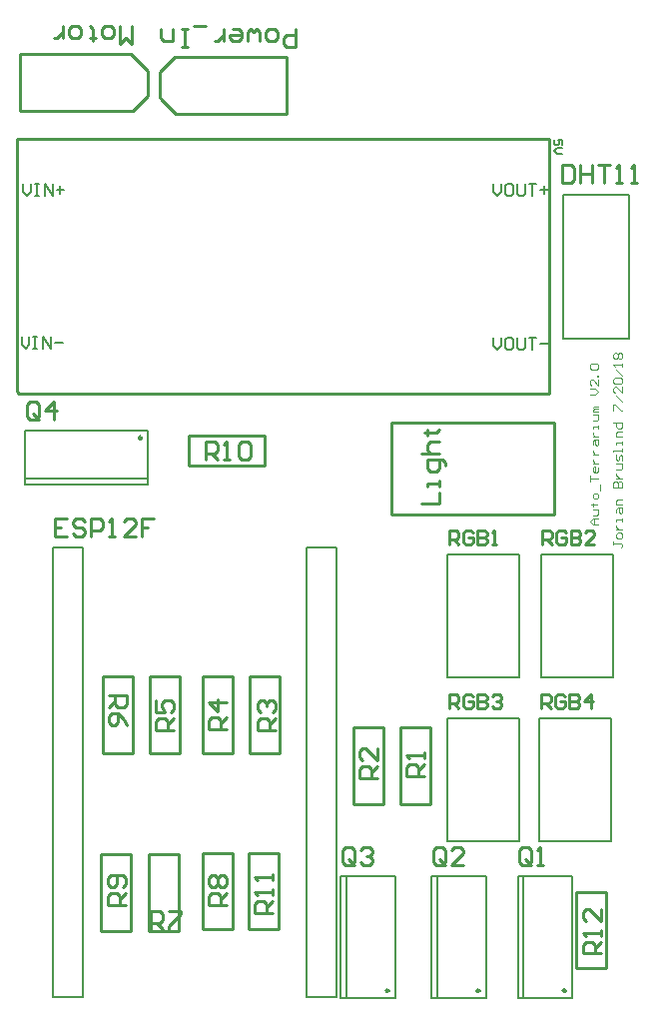
<source format=gto>
G04 Layer_Color=15132400*
%FSLAX24Y24*%
%MOIN*%
G70*
G01*
G75*
%ADD29C,0.0079*%
%ADD31C,0.0098*%
%ADD32C,0.0100*%
%ADD33C,0.0080*%
%ADD34C,0.0059*%
%ADD35C,0.0039*%
D29*
X21319Y10157D02*
Y14252D01*
X23130D01*
Y10157D02*
Y14252D01*
X21319Y10157D02*
X23130D01*
X21516D02*
Y14252D01*
X24350Y10157D02*
Y14252D01*
X26161D01*
Y10157D02*
Y14252D01*
X24350Y10157D02*
X26161D01*
X24547D02*
Y14252D01*
X27224Y10157D02*
Y14252D01*
X29035D01*
Y10157D02*
Y14252D01*
X27224Y10157D02*
X29035D01*
X27421D02*
Y14252D01*
X10787Y27303D02*
X14882D01*
X10787D02*
Y29114D01*
X14882D01*
X14882Y27303D02*
Y29114D01*
X10787Y27500D02*
X14882D01*
X30932Y32167D02*
Y36967D01*
X28732Y32167D02*
X30932D01*
X28732D02*
Y36967D01*
X30932D01*
X30354Y15394D02*
Y19488D01*
X27953D02*
X30354D01*
X27953Y15394D02*
Y19488D01*
Y15394D02*
X30354D01*
X27283Y20866D02*
Y24961D01*
X24882D02*
X27283D01*
X24882Y20866D02*
Y24961D01*
Y20866D02*
X27283D01*
Y15394D02*
Y19488D01*
X24882D02*
X27283D01*
X24882Y15394D02*
Y19488D01*
Y15394D02*
X27283D01*
X30394Y20866D02*
Y24961D01*
X27992D02*
X30394D01*
X27992Y20866D02*
Y24961D01*
Y20866D02*
X30394D01*
D31*
X22923Y10413D02*
G03*
X22923Y10413I-49J0D01*
G01*
X25955D02*
G03*
X25955Y10413I-49J0D01*
G01*
X28829D02*
G03*
X28829Y10413I-49J0D01*
G01*
X14675Y28858D02*
G03*
X14675Y28858I-49J0D01*
G01*
D32*
X18788Y27925D02*
Y28925D01*
X16238D02*
X18788D01*
X16238Y27925D02*
Y28925D01*
Y27925D02*
X18788D01*
X21744Y16645D02*
X22744D01*
Y19195D01*
X21744D02*
X22744D01*
X21744Y16645D02*
Y19195D01*
X23319Y16645D02*
X24319D01*
Y19195D01*
X23319D02*
X24319D01*
X23319Y16645D02*
Y19195D01*
X13358Y18338D02*
X14358D01*
Y20888D01*
X13358D02*
X14358D01*
X13358Y18338D02*
Y20888D01*
X18280Y18338D02*
X19280D01*
Y20888D01*
X18280D02*
X19280D01*
X18280Y18338D02*
Y20888D01*
X16705Y18338D02*
X17705D01*
Y20888D01*
X16705D02*
X17705D01*
X16705Y18338D02*
Y20888D01*
X14933Y18338D02*
X15933D01*
Y20888D01*
X14933D02*
X15933D01*
X14933Y18338D02*
Y20888D01*
X13319Y14969D02*
X14319D01*
X13319Y12419D02*
Y14969D01*
Y12419D02*
X14319D01*
Y14969D01*
X14894D02*
X15894D01*
X14894Y12419D02*
Y14969D01*
Y12419D02*
X15894D01*
Y14969D01*
X18240Y15009D02*
X19240D01*
X18240Y12459D02*
Y15009D01*
Y12459D02*
X19240D01*
Y15009D01*
X16705D02*
X17705D01*
X16705Y12459D02*
Y15009D01*
Y12459D02*
X17705D01*
Y15009D01*
X14861Y40259D02*
Y41109D01*
X14811Y41159D02*
X14861Y41109D01*
X14311Y41659D02*
X14811Y41159D01*
X11861Y41659D02*
X14311D01*
X14361Y39759D02*
X14861Y40259D01*
X13811Y39759D02*
X14361D01*
X10611Y40709D02*
Y41659D01*
X11861D01*
X10611Y39759D02*
X13811D01*
X10611D02*
Y40659D01*
X11811Y39759D02*
X11961D01*
X10611Y40659D02*
Y40709D01*
X29185Y13709D02*
X30185D01*
X29185Y11159D02*
Y13709D01*
Y11159D02*
X30185D01*
Y13709D01*
X23002Y26309D02*
X28455D01*
Y29360D01*
X23002D02*
X28455D01*
X23002Y26309D02*
Y29360D01*
X15257Y40230D02*
Y41080D01*
Y40230D02*
X15307Y40180D01*
X15807Y39680D01*
X18257D01*
X15257Y41080D02*
X15757Y41580D01*
X16307D01*
X19507Y39680D02*
Y40630D01*
X18257Y39680D02*
X19507D01*
X16307Y41580D02*
X19507D01*
Y40680D02*
Y41580D01*
X18157D02*
X18307D01*
X19507Y40630D02*
Y40680D01*
X10510Y30400D02*
Y37650D01*
Y30400D02*
X10560Y30350D01*
X28260D01*
Y38850D01*
X10510D02*
X28260D01*
X10510Y37650D02*
Y38850D01*
X16811Y28150D02*
Y28749D01*
X17111D01*
X17211Y28649D01*
Y28450D01*
X17111Y28350D01*
X16811D01*
X17011D02*
X17211Y28150D01*
X17411D02*
X17611D01*
X17511D01*
Y28749D01*
X17411Y28649D01*
X17911D02*
X18011Y28749D01*
X18211D01*
X18311Y28649D01*
Y28250D01*
X18211Y28150D01*
X18011D01*
X17911Y28250D01*
Y28649D01*
X22539Y17490D02*
X21940D01*
Y17789D01*
X22040Y17889D01*
X22240D01*
X22340Y17789D01*
Y17490D01*
Y17690D02*
X22539Y17889D01*
Y18489D02*
Y18089D01*
X22140Y18489D01*
X22040D01*
X21940Y18389D01*
Y18189D01*
X22040Y18089D01*
X24094Y17559D02*
X23495D01*
Y17859D01*
X23595Y17959D01*
X23795D01*
X23895Y17859D01*
Y17559D01*
Y17759D02*
X24094Y17959D01*
Y18159D02*
Y18359D01*
Y18259D01*
X23495D01*
X23595Y18159D01*
X13583Y20276D02*
X14182D01*
Y19976D01*
X14083Y19876D01*
X13883D01*
X13783Y19976D01*
Y20276D01*
Y20076D02*
X13583Y19876D01*
X14182Y19276D02*
X14083Y19476D01*
X13883Y19676D01*
X13683D01*
X13583Y19576D01*
Y19376D01*
X13683Y19276D01*
X13783D01*
X13883Y19376D01*
Y19676D01*
X19134Y19094D02*
X18534D01*
Y19394D01*
X18634Y19494D01*
X18834D01*
X18934Y19394D01*
Y19094D01*
Y19294D02*
X19134Y19494D01*
X18634Y19694D02*
X18534Y19794D01*
Y19994D01*
X18634Y20094D01*
X18734D01*
X18834Y19994D01*
Y19894D01*
Y19994D01*
X18934Y20094D01*
X19034D01*
X19134Y19994D01*
Y19794D01*
X19034Y19694D01*
X17520Y19134D02*
X16920D01*
Y19434D01*
X17020Y19534D01*
X17220D01*
X17320Y19434D01*
Y19134D01*
Y19334D02*
X17520Y19534D01*
Y20034D02*
X16920D01*
X17220Y19734D01*
Y20134D01*
X15748Y19094D02*
X15148D01*
Y19394D01*
X15248Y19494D01*
X15448D01*
X15548Y19394D01*
Y19094D01*
Y19294D02*
X15748Y19494D01*
X15148Y20094D02*
Y19694D01*
X15448D01*
X15348Y19894D01*
Y19994D01*
X15448Y20094D01*
X15648D01*
X15748Y19994D01*
Y19794D01*
X15648Y19694D01*
X14134Y13268D02*
X13534D01*
Y13568D01*
X13634Y13668D01*
X13834D01*
X13934Y13568D01*
Y13268D01*
Y13468D02*
X14134Y13668D01*
X14034Y13868D02*
X14134Y13967D01*
Y14167D01*
X14034Y14267D01*
X13634D01*
X13534Y14167D01*
Y13967D01*
X13634Y13868D01*
X13734D01*
X13834Y13967D01*
Y14267D01*
X14961Y12480D02*
Y13080D01*
X15261D01*
X15360Y12980D01*
Y12780D01*
X15261Y12680D01*
X14961D01*
X15161D02*
X15360Y12480D01*
X15560Y13080D02*
X15960D01*
Y12980D01*
X15560Y12580D01*
Y12480D01*
X19055Y12992D02*
X18455D01*
Y13292D01*
X18555Y13392D01*
X18755D01*
X18855Y13292D01*
Y12992D01*
Y13192D02*
X19055Y13392D01*
Y13592D02*
Y13792D01*
Y13692D01*
X18455D01*
X18555Y13592D01*
X19055Y14092D02*
Y14292D01*
Y14192D01*
X18455D01*
X18555Y14092D01*
X17520Y13268D02*
X16920D01*
Y13568D01*
X17020Y13668D01*
X17220D01*
X17320Y13568D01*
Y13268D01*
Y13468D02*
X17520Y13668D01*
X17020Y13868D02*
X16920Y13967D01*
Y14167D01*
X17020Y14267D01*
X17120D01*
X17220Y14167D01*
X17320Y14267D01*
X17420D01*
X17520Y14167D01*
Y13967D01*
X17420Y13868D01*
X17320D01*
X17220Y13967D01*
X17120Y13868D01*
X17020D01*
X17220Y13967D02*
Y14167D01*
X14331Y42598D02*
Y41999D01*
X14131Y42199D01*
X13931Y41999D01*
Y42598D01*
X13631D02*
X13431D01*
X13331Y42498D01*
Y42299D01*
X13431Y42199D01*
X13631D01*
X13731Y42299D01*
Y42498D01*
X13631Y42598D01*
X13031Y42099D02*
Y42199D01*
X13131D01*
X12931D01*
X13031D01*
Y42498D01*
X12931Y42598D01*
X12531D02*
X12331D01*
X12231Y42498D01*
Y42299D01*
X12331Y42199D01*
X12531D01*
X12631Y42299D01*
Y42498D01*
X12531Y42598D01*
X12031Y42199D02*
Y42598D01*
Y42398D01*
X11931Y42299D01*
X11832Y42199D01*
X11732D01*
X28708Y37981D02*
Y37382D01*
X29008D01*
X29108Y37482D01*
Y37881D01*
X29008Y37981D01*
X28708D01*
X29308D02*
Y37382D01*
Y37682D01*
X29707D01*
Y37981D01*
Y37382D01*
X29907Y37981D02*
X30307D01*
X30107D01*
Y37382D01*
X30507D02*
X30707D01*
X30607D01*
Y37981D01*
X30507Y37881D01*
X31007Y37382D02*
X31207D01*
X31107D01*
Y37981D01*
X31007Y37881D01*
X12160Y26160D02*
X11760D01*
Y25560D01*
X12160D01*
X11760Y25860D02*
X11960D01*
X12760Y26060D02*
X12660Y26160D01*
X12460D01*
X12360Y26060D01*
Y25960D01*
X12460Y25860D01*
X12660D01*
X12760Y25760D01*
Y25660D01*
X12660Y25560D01*
X12460D01*
X12360Y25660D01*
X12960Y25560D02*
Y26160D01*
X13260D01*
X13359Y26060D01*
Y25860D01*
X13260Y25760D01*
X12960D01*
X13559Y25560D02*
X13759D01*
X13659D01*
Y26160D01*
X13559Y26060D01*
X14459Y25560D02*
X14059D01*
X14459Y25960D01*
Y26060D01*
X14359Y26160D01*
X14159D01*
X14059Y26060D01*
X15059Y26160D02*
X14659D01*
Y25860D01*
X14859D01*
X14659D01*
Y25560D01*
X19803Y42520D02*
Y41920D01*
X19503D01*
X19403Y42020D01*
Y42220D01*
X19503Y42320D01*
X19803D01*
X19103Y42520D02*
X18903D01*
X18803Y42420D01*
Y42220D01*
X18903Y42120D01*
X19103D01*
X19203Y42220D01*
Y42420D01*
X19103Y42520D01*
X18604Y42120D02*
Y42420D01*
X18504Y42520D01*
X18404Y42420D01*
X18304Y42520D01*
X18204Y42420D01*
Y42120D01*
X17704Y42520D02*
X17904D01*
X18004Y42420D01*
Y42220D01*
X17904Y42120D01*
X17704D01*
X17604Y42220D01*
Y42320D01*
X18004D01*
X17404Y42120D02*
Y42520D01*
Y42320D01*
X17304Y42220D01*
X17204Y42120D01*
X17104D01*
X16804Y42620D02*
X16404D01*
X16204Y41920D02*
X16004D01*
X16104D01*
Y42520D01*
X16204D01*
X16004D01*
X15704D02*
Y42120D01*
X15405D01*
X15305Y42220D01*
Y42520D01*
X27682Y14690D02*
Y15090D01*
X27582Y15190D01*
X27383D01*
X27283Y15090D01*
Y14690D01*
X27383Y14590D01*
X27582D01*
X27483Y14790D02*
X27682Y14590D01*
X27582D02*
X27682Y14690D01*
X27882Y14590D02*
X28082D01*
X27982D01*
Y15190D01*
X27882Y15090D01*
X24810Y14690D02*
Y15090D01*
X24710Y15190D01*
X24510D01*
X24410Y15090D01*
Y14690D01*
X24510Y14590D01*
X24710D01*
X24610Y14790D02*
X24810Y14590D01*
X24710D02*
X24810Y14690D01*
X25410Y14590D02*
X25010D01*
X25410Y14990D01*
Y15090D01*
X25310Y15190D01*
X25110D01*
X25010Y15090D01*
X21780Y14690D02*
Y15090D01*
X21680Y15190D01*
X21480D01*
X21380Y15090D01*
Y14690D01*
X21480Y14590D01*
X21680D01*
X21580Y14790D02*
X21780Y14590D01*
X21680D02*
X21780Y14690D01*
X21980Y15090D02*
X22080Y15190D01*
X22280D01*
X22380Y15090D01*
Y14990D01*
X22280Y14890D01*
X22180D01*
X22280D01*
X22380Y14790D01*
Y14690D01*
X22280Y14590D01*
X22080D01*
X21980Y14690D01*
X11253Y29555D02*
Y29955D01*
X11153Y30055D01*
X10953D01*
X10853Y29955D01*
Y29555D01*
X10953Y29455D01*
X11153D01*
X11053Y29655D02*
X11253Y29455D01*
X11153D02*
X11253Y29555D01*
X11753Y29455D02*
Y30055D01*
X11453Y29755D01*
X11853D01*
X28050Y25300D02*
Y25772D01*
X28286D01*
X28365Y25694D01*
Y25536D01*
X28286Y25457D01*
X28050D01*
X28207D02*
X28365Y25300D01*
X28837Y25694D02*
X28758Y25772D01*
X28601D01*
X28522Y25694D01*
Y25379D01*
X28601Y25300D01*
X28758D01*
X28837Y25379D01*
Y25536D01*
X28680D01*
X28995Y25772D02*
Y25300D01*
X29231D01*
X29309Y25379D01*
Y25457D01*
X29231Y25536D01*
X28995D01*
X29231D01*
X29309Y25615D01*
Y25694D01*
X29231Y25772D01*
X28995D01*
X29782Y25300D02*
X29467D01*
X29782Y25615D01*
Y25694D01*
X29703Y25772D01*
X29546D01*
X29467Y25694D01*
X24940Y19830D02*
Y20302D01*
X25176D01*
X25255Y20224D01*
Y20066D01*
X25176Y19987D01*
X24940D01*
X25097D02*
X25255Y19830D01*
X25727Y20224D02*
X25648Y20302D01*
X25491D01*
X25412Y20224D01*
Y19909D01*
X25491Y19830D01*
X25648D01*
X25727Y19909D01*
Y20066D01*
X25570D01*
X25885Y20302D02*
Y19830D01*
X26121D01*
X26199Y19909D01*
Y19987D01*
X26121Y20066D01*
X25885D01*
X26121D01*
X26199Y20145D01*
Y20224D01*
X26121Y20302D01*
X25885D01*
X26357Y20224D02*
X26436Y20302D01*
X26593D01*
X26672Y20224D01*
Y20145D01*
X26593Y20066D01*
X26514D01*
X26593D01*
X26672Y19987D01*
Y19909D01*
X26593Y19830D01*
X26436D01*
X26357Y19909D01*
X24940Y25300D02*
Y25772D01*
X25176D01*
X25255Y25694D01*
Y25536D01*
X25176Y25457D01*
X24940D01*
X25097D02*
X25255Y25300D01*
X25727Y25694D02*
X25648Y25772D01*
X25491D01*
X25412Y25694D01*
Y25379D01*
X25491Y25300D01*
X25648D01*
X25727Y25379D01*
Y25536D01*
X25570D01*
X25885Y25772D02*
Y25300D01*
X26121D01*
X26199Y25379D01*
Y25457D01*
X26121Y25536D01*
X25885D01*
X26121D01*
X26199Y25615D01*
Y25694D01*
X26121Y25772D01*
X25885D01*
X26357Y25300D02*
X26514D01*
X26436D01*
Y25772D01*
X26357Y25694D01*
X28010Y19830D02*
Y20302D01*
X28246D01*
X28325Y20224D01*
Y20066D01*
X28246Y19987D01*
X28010D01*
X28167D02*
X28325Y19830D01*
X28797Y20224D02*
X28718Y20302D01*
X28561D01*
X28482Y20224D01*
Y19909D01*
X28561Y19830D01*
X28718D01*
X28797Y19909D01*
Y20066D01*
X28640D01*
X28955Y20302D02*
Y19830D01*
X29191D01*
X29269Y19909D01*
Y19987D01*
X29191Y20066D01*
X28955D01*
X29191D01*
X29269Y20145D01*
Y20224D01*
X29191Y20302D01*
X28955D01*
X29663Y19830D02*
Y20302D01*
X29427Y20066D01*
X29742D01*
X24006Y26654D02*
X24606D01*
Y27053D01*
Y27253D02*
Y27453D01*
Y27353D01*
X24206D01*
Y27253D01*
X24806Y27953D02*
Y28053D01*
X24706Y28153D01*
X24206D01*
Y27853D01*
X24306Y27753D01*
X24506D01*
X24606Y27853D01*
Y28153D01*
X24006Y28353D02*
X24606D01*
X24306D01*
X24206Y28453D01*
Y28653D01*
X24306Y28753D01*
X24606D01*
X24106Y29053D02*
X24206D01*
Y28953D01*
Y29153D01*
Y29053D01*
X24506D01*
X24606Y29153D01*
X30000Y11654D02*
X29400D01*
Y11953D01*
X29500Y12053D01*
X29700D01*
X29800Y11953D01*
Y11654D01*
Y11853D02*
X30000Y12053D01*
Y12253D02*
Y12453D01*
Y12353D01*
X29400D01*
X29500Y12253D01*
X30000Y13153D02*
Y12753D01*
X29600Y13153D01*
X29500D01*
X29400Y13053D01*
Y12853D01*
X29500Y12753D01*
D33*
X20169Y10217D02*
Y25217D01*
Y10217D02*
X21169D01*
Y25217D01*
X20169D02*
X21169D01*
X11705Y10217D02*
Y25217D01*
Y10217D02*
X12705D01*
Y25217D01*
X11705D02*
X12705D01*
D34*
X28720Y38622D02*
Y38819D01*
X28573D01*
X28622Y38721D01*
Y38671D01*
X28573Y38622D01*
X28474D01*
X28425Y38671D01*
Y38770D01*
X28474Y38819D01*
X28720Y38524D02*
X28524D01*
X28425Y38425D01*
X28524Y38327D01*
X28720D01*
X26410Y37343D02*
Y37081D01*
X26541Y36950D01*
X26672Y37081D01*
Y37343D01*
X27000D02*
X26869D01*
X26803Y37278D01*
Y37015D01*
X26869Y36950D01*
X27000D01*
X27066Y37015D01*
Y37278D01*
X27000Y37343D01*
X27197D02*
Y37015D01*
X27263Y36950D01*
X27394D01*
X27459Y37015D01*
Y37343D01*
X27591D02*
X27853D01*
X27722D01*
Y36950D01*
X27984Y37146D02*
X28247D01*
X28115Y37278D02*
Y37015D01*
X26410Y32193D02*
Y31931D01*
X26541Y31800D01*
X26672Y31931D01*
Y32193D01*
X27000D02*
X26869D01*
X26803Y32128D01*
Y31865D01*
X26869Y31800D01*
X27000D01*
X27066Y31865D01*
Y32128D01*
X27000Y32193D01*
X27197D02*
Y31865D01*
X27263Y31800D01*
X27394D01*
X27459Y31865D01*
Y32193D01*
X27591D02*
X27853D01*
X27722D01*
Y31800D01*
X27984Y31996D02*
X28247D01*
X10660Y32243D02*
Y31981D01*
X10791Y31850D01*
X10922Y31981D01*
Y32243D01*
X11053D02*
X11185D01*
X11119D01*
Y31850D01*
X11053D01*
X11185D01*
X11381D02*
Y32243D01*
X11644Y31850D01*
Y32243D01*
X11775Y32046D02*
X12037D01*
X10710Y37343D02*
Y37081D01*
X10841Y36950D01*
X10972Y37081D01*
Y37343D01*
X11103D02*
X11235D01*
X11169D01*
Y36950D01*
X11103D01*
X11235D01*
X11431D02*
Y37343D01*
X11694Y36950D01*
Y37343D01*
X11825Y37146D02*
X12087D01*
X11956Y37278D02*
Y37015D01*
D35*
X29921Y25984D02*
X29724D01*
X29626Y26083D01*
X29724Y26181D01*
X29921D01*
X29774D01*
Y25984D01*
X29724Y26279D02*
X29872D01*
X29921Y26329D01*
Y26476D01*
X29724D01*
X29675Y26624D02*
X29724D01*
Y26575D01*
Y26673D01*
Y26624D01*
X29872D01*
X29921Y26673D01*
Y26870D02*
Y26968D01*
X29872Y27017D01*
X29774D01*
X29724Y26968D01*
Y26870D01*
X29774Y26821D01*
X29872D01*
X29921Y26870D01*
X29970Y27116D02*
Y27313D01*
X29626Y27411D02*
Y27608D01*
Y27509D01*
X29921D01*
Y27854D02*
Y27755D01*
X29872Y27706D01*
X29774D01*
X29724Y27755D01*
Y27854D01*
X29774Y27903D01*
X29823D01*
Y27706D01*
X29724Y28001D02*
X29921D01*
X29823D01*
X29774Y28051D01*
X29724Y28100D01*
Y28149D01*
Y28296D02*
X29921D01*
X29823D01*
X29774Y28346D01*
X29724Y28395D01*
Y28444D01*
Y28641D02*
Y28739D01*
X29774Y28788D01*
X29921D01*
Y28641D01*
X29872Y28592D01*
X29823Y28641D01*
Y28788D01*
X29724Y28887D02*
X29921D01*
X29823D01*
X29774Y28936D01*
X29724Y28985D01*
Y29034D01*
X29921Y29182D02*
Y29280D01*
Y29231D01*
X29724D01*
Y29182D01*
Y29428D02*
X29872D01*
X29921Y29477D01*
Y29625D01*
X29724D01*
X29921Y29723D02*
X29724D01*
Y29772D01*
X29774Y29822D01*
X29921D01*
X29774D01*
X29724Y29871D01*
X29774Y29920D01*
X29921D01*
X29626Y30314D02*
X29823D01*
X29921Y30412D01*
X29823Y30510D01*
X29626D01*
X29921Y30806D02*
Y30609D01*
X29724Y30806D01*
X29675D01*
X29626Y30756D01*
Y30658D01*
X29675Y30609D01*
X29921Y30904D02*
X29872D01*
Y30953D01*
X29921D01*
Y30904D01*
X29675Y31150D02*
X29626Y31199D01*
Y31298D01*
X29675Y31347D01*
X29872D01*
X29921Y31298D01*
Y31199D01*
X29872Y31150D01*
X29675D01*
X30413Y25394D02*
Y25295D01*
Y25344D01*
X30659D01*
X30709Y25295D01*
Y25246D01*
X30659Y25197D01*
X30709Y25541D02*
Y25640D01*
X30659Y25689D01*
X30561D01*
X30512Y25640D01*
Y25541D01*
X30561Y25492D01*
X30659D01*
X30709Y25541D01*
X30512Y25787D02*
X30709D01*
X30610D01*
X30561Y25836D01*
X30512Y25886D01*
Y25935D01*
X30709Y26082D02*
Y26181D01*
Y26132D01*
X30512D01*
Y26082D01*
Y26378D02*
Y26476D01*
X30561Y26525D01*
X30709D01*
Y26378D01*
X30659Y26328D01*
X30610Y26378D01*
Y26525D01*
X30709Y26624D02*
X30512D01*
Y26771D01*
X30561Y26820D01*
X30709D01*
X30413Y27214D02*
X30709D01*
Y27362D01*
X30659Y27411D01*
X30610D01*
X30561Y27362D01*
Y27214D01*
Y27362D01*
X30512Y27411D01*
X30463D01*
X30413Y27362D01*
Y27214D01*
X30512Y27509D02*
X30709D01*
X30610D01*
X30561Y27558D01*
X30512Y27607D01*
Y27657D01*
Y27804D02*
X30659D01*
X30709Y27853D01*
Y28001D01*
X30512D01*
X30709Y28099D02*
Y28247D01*
X30659Y28296D01*
X30610Y28247D01*
Y28149D01*
X30561Y28099D01*
X30512Y28149D01*
Y28296D01*
X30709Y28395D02*
Y28493D01*
Y28444D01*
X30413D01*
Y28395D01*
X30709Y28641D02*
Y28739D01*
Y28690D01*
X30512D01*
Y28641D01*
X30709Y28887D02*
X30512D01*
Y29034D01*
X30561Y29083D01*
X30709D01*
X30413Y29379D02*
X30709D01*
Y29231D01*
X30659Y29182D01*
X30561D01*
X30512Y29231D01*
Y29379D01*
X30413Y29772D02*
Y29969D01*
X30463D01*
X30659Y29772D01*
X30709D01*
Y30067D02*
X30512Y30264D01*
X30709Y30559D02*
Y30363D01*
X30512Y30559D01*
X30463D01*
X30413Y30510D01*
Y30412D01*
X30463Y30363D01*
Y30658D02*
X30413Y30707D01*
Y30805D01*
X30463Y30854D01*
X30659D01*
X30709Y30805D01*
Y30707D01*
X30659Y30658D01*
X30463D01*
X30709Y30953D02*
X30512Y31150D01*
X30709Y31248D02*
Y31346D01*
Y31297D01*
X30413D01*
X30463Y31248D01*
Y31494D02*
X30413Y31543D01*
Y31642D01*
X30463Y31691D01*
X30512D01*
X30561Y31642D01*
X30610Y31691D01*
X30659D01*
X30709Y31642D01*
Y31543D01*
X30659Y31494D01*
X30610D01*
X30561Y31543D01*
X30512Y31494D01*
X30463D01*
X30561Y31543D02*
Y31642D01*
M02*

</source>
